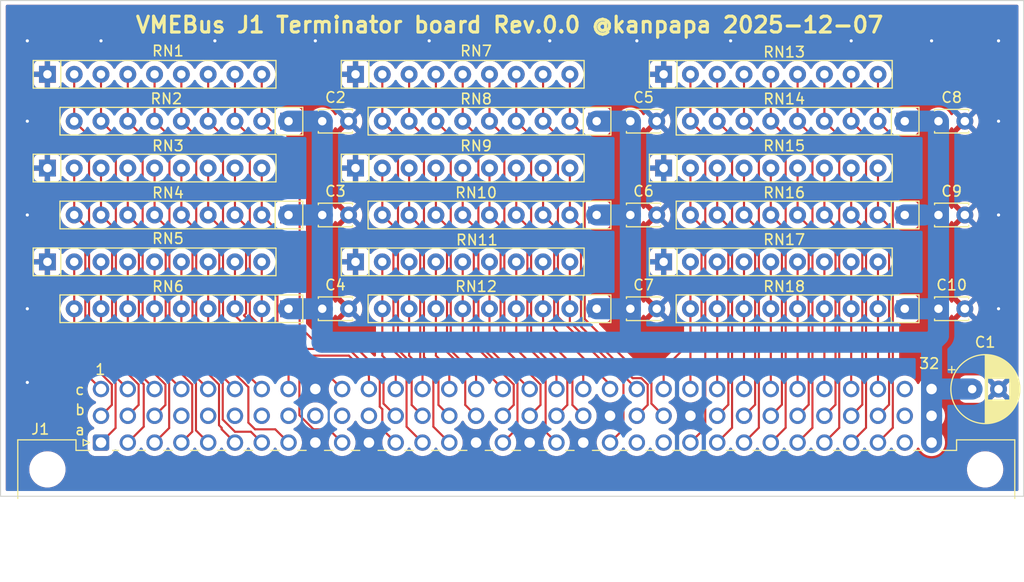
<source format=kicad_pcb>
(kicad_pcb (version 20241229) (generator "pcbnew") (generator_version "9.0")
  (title_block (title "VMEbus Prototype board") (date "2023-07-20") (rev "0.0") (company "kanpapa.com") (comment 1 "for DVME CPU2 CP-010"))
  (layers (0 "F.Cu" signal) (2 "B.Cu" signal) (13 "F.Paste" user) (15 "B.Paste" user) (5 "F.SilkS" user "F.Silkscreen") (7 "B.SilkS" user "B.Silkscreen") (1 "F.Mask" user) (3 "B.Mask" user) (25 "Edge.Cuts" user))
  (net 0 "")
  (net 1 "b14")
  (net 2 "c2")
  (net 3 "c7")
  (net 4 "c1")
  (net 5 "a1")
  (net 6 "a8")
  (net 7 "b16")
  (net 8 "c6")
  (net 9 "GND")
  (net 10 "+5V")
  (net 24 "c8")
  (net 25 "c3")
  (net 26 "c5")
  (net 27 "a3")
  (net 28 "b1")
  (net 29 "a2")
  (net 30 "b3")
  (net 31 "a5")
  (net 32 "c4")
  (net 33 "b12")
  (net 34 "a6")
  (net 35 "b15")
  (net 36 "a4")
  (net 37 "b2")
  (net 38 "b13")
  (net 39 "a7")
  (net 40 "a10")
  (net 41 "a14")
  (net 42 "a12")
  (net 43 "a13")
  (net 44 "c10")
  (net 45 "c12")
  (net 46 "c11")
  (net 47 "c24")
  (net 48 "c16")
  (net 49 "c26")
  (net 50 "c13")
  (net 51 "c29")
  (net 52 "c20")
  (net 53 "c17")
  (net 54 "c18")
  (net 55 "c15")
  (net 56 "c25")
  (net 57 "c14")
  (net 58 "c21")
  (net 59 "c30")
  (net 60 "c22")
  (net 61 "c19")
  (net 62 "c28")
  (net 63 "c23")
  (net 64 "c27")
  (net 65 "a23")
  (net 66 "a24")
  (net 67 "b18")
  (net 68 "b30")
  (net 69 "b26")
  (net 70 "a16")
  (net 71 "a26")
  (net 72 "a18")
  (net 73 "a27")
  (net 74 "a28")
  (net 75 "b19")
  (net 76 "b24")
  (net 77 "a25")
  (net 78 "b29")
  (net 79 "b22")
  (net 80 "b21")
  (net 81 "b27")
  (net 82 "a29")
  (net 83 "b25")
  (net 84 "a30")
  (net 85 "a20")
  (net 86 "b17")
  (net 87 "b28")
  (footprint "Resistor_THT:R_Array_SIP9" (layer "F.Cu") (at 161.135 63.2272 180)
    (property "Reference" "RN10")
    (property "Value" "330")
  )
  (footprint "Capacitor_THT:C_Disc_D3.0mm_W2.0mm_P2.50mm" (layer "F.Cu") (at 164.33 72.1172)
    (property "Reference" "C7")
    (property "Value" "0.1uF")
  )
  (footprint "Resistor_THT:R_Array_SIP9" (layer "F.Cu") (at 167.485 67.6722)
    (property "Reference" "RN17")
    (property "Value" "470")
  )
  (footprint "Resistor_THT:R_Array_SIP9" (layer "F.Cu") (at 167.485 49.8922)
    (property "Reference" "RN13")
    (property "Value" "470")
  )
  (footprint "Resistor_THT:R_Array_SIP9" (layer "F.Cu") (at 131.925 54.3372 180)
    (property "Reference" "RN2")
    (property "Value" "330")
  )
  (footprint "Resistor_THT:R_Array_SIP9" (layer "F.Cu") (at 109.065 67.6722)
    (property "Reference" "RN5")
    (property "Value" "470")
  )
  (footprint "Capacitor_THT:C_Disc_D3.0mm_W2.0mm_P2.50mm" (layer "F.Cu") (at 135.12 54.3372)
    (property "Reference" "C2")
    (property "Value" "0.1uF")
  )
  (footprint "Capacitor_THT:C_Disc_D3.0mm_W2.0mm_P2.50mm" (layer "F.Cu") (at 135.12 72.1172)
    (property "Reference" "C4")
    (property "Value" "0.1uF")
  )
  (footprint "Resistor_THT:R_Array_SIP9" (layer "F.Cu") (at 138.275 49.8922)
    (property "Reference" "RN7")
    (property "Value" "470")
  )
  (footprint "Resistor_THT:R_Array_SIP9" (layer "F.Cu") (at 138.275 58.7822)
    (property "Reference" "RN9")
    (property "Value" "470")
  )
  (footprint "Capacitor_THT:C_Disc_D3.0mm_W2.0mm_P2.50mm" (layer "F.Cu") (at 193.54 54.3372)
    (property "Reference" "C8")
    (property "Value" "0.1uF")
  )
  (footprint "Resistor_THT:R_Array_SIP9" (layer "F.Cu") (at 190.345 54.3372 180)
    (property "Reference" "RN14")
    (property "Value" "330")
  )
  (footprint "Resistor_THT:R_Array_SIP9" (layer "F.Cu") (at 109.065 49.8922)
    (property "Reference" "RN1")
    (property "Value" "470")
  )
  (footprint "Resistor_THT:R_Array_SIP9" (layer "F.Cu") (at 190.345 63.2272 180)
    (property "Reference" "RN16")
    (property "Value" "330")
  )
  (footprint "Capacitor_THT:C_Disc_D3.0mm_W2.0mm_P2.50mm" (layer "F.Cu") (at 193.54 63.2272)
    (property "Reference" "C9")
    (property "Value" "0.1uF")
  )
  (footprint "Resistor_THT:R_Array_SIP9" (layer "F.Cu") (at 161.135 54.3372 180)
    (property "Reference" "RN8")
    (property "Value" "330")
  )
  (footprint "Capacitor_THT:CP_Radial_D6.3mm_P2.50mm" (layer "F.Cu") (at 196.735 79.7372)
    (property "Reference" "C1")
    (property "Value" "47uF")
  )
  (footprint "Capacitor_THT:C_Disc_D3.0mm_W2.0mm_P2.50mm" (layer "F.Cu") (at 164.33 54.3372)
    (property "Reference" "C5")
    (property "Value" "0.1uF")
  )
  (footprint "Resistor_THT:R_Array_SIP9" (layer "F.Cu") (at 161.135 72.1172 180)
    (property "Reference" "RN12")
    (property "Value" "330")
  )
  (footprint "Capacitor_THT:C_Disc_D3.0mm_W2.0mm_P2.50mm" (layer "F.Cu") (at 164.33 63.2272)
    (property "Reference" "C6")
    (property "Value" "0.1uF")
  )
  (footprint "Capacitor_THT:C_Disc_D3.0mm_W2.0mm_P2.50mm" (layer "F.Cu") (at 135.12 63.2272)
    (property "Reference" "C3")
    (property "Value" "0.1uF")
  )
  (footprint "Resistor_THT:R_Array_SIP9" (layer "F.Cu") (at 167.485 58.7822)
    (property "Reference" "RN15")
    (property "Value" "470")
  )
  (footprint "Resistor_THT:R_Array_SIP9" (layer "F.Cu") (at 131.925 63.2272 180)
    (property "Reference" "RN4")
    (property "Value" "330")
  )
  (footprint "Capacitor_THT:C_Disc_D3.0mm_W2.0mm_P2.50mm" (layer "F.Cu") (at 193.54 72.1172)
    (property "Reference" "C10")
    (property "Value" "0.1uF")
  )
  (footprint "Resistor_THT:R_Array_SIP9" (layer "F.Cu") (at 109.065 58.7822)
    (property "Reference" "RN3")
    (property "Value" "470")
  )
  (footprint "Library:DIN41612_C_3x32_Female_Horizontal_THT" (layer "F.Cu") (at 192.885 84.8072 180)
    (property "Reference" "J1")
    (property "Value" "CN1")
  )
  (footprint "Resistor_THT:R_Array_SIP9" (layer "F.Cu") (at 190.345 72.1172 180)
    (property "Reference" "RN18")
    (property "Value" "330")
  )
  (footprint "Resistor_THT:R_Array_SIP9" (layer "F.Cu") (at 138.275 67.6722)
    (property "Reference" "RN11")
    (property "Value" "470")
  )
  (footprint "Resistor_THT:R_Array_SIP9" (layer "F.Cu") (at 131.925 72.1172 180)
    (property "Reference" "RN6")
    (property "Value" "330")
  )
  (gr_rect (start 104.62 42.8972) (end 201.62 89.8972) (stroke (width 0.1)) (fill no) (layer "Edge.Cuts"))
  (gr_text "VMEBus J1 Terminator board Rev.0.0 @kanpapa 2025-12-07\n" (at 152.88 46.0822 0) (layer "F.SilkS") (effects (font (size 1.5 1.5) (thickness 0.3) (bold yes)) (justify bottom)))
  (gr_text "1" (at 113.51 78.4672 0) (layer "F.SilkS") (effects (font (size 1 1)) (justify left bottom)))
  (gr_text "a" (at 111.605 84.1822 0) (layer "F.SilkS") (effects (font (size 1 1)) (justify left bottom)))
  (gr_text "c" (at 111.605 80.3722 0) (layer "F.SilkS") (effects (font (size 1 1)) (justify left bottom)))
  (gr_text "b" (at 111.605 82.2772 0) (layer "F.SilkS") (effects (font (size 1 1)) (justify left bottom)))
  (gr_text "32" (at 191.615 77.8982 0) (layer "F.SilkS") (effects (font (size 1 1)) (justify left bottom)))
  (segment (start 146.1366 81.2388) (end 147.165 82.2672) (width 0.2) (layer "F.Cu") (net 1))
  (segment (start 143.355 54.3372) (end 144.7618 55.744) (width 0.2) (layer "F.Cu") (net 1))
  (segment (start 144.7618 76.699) (end 146.1366 78.0738) (width 0.2) (layer "F.Cu") (net 1))
  (segment (start 146.1366 78.0738) (end 146.1366 81.2388) (width 0.2) (layer "F.Cu") (net 1))
  (segment (start 143.355 54.3372) (end 143.355 49.8922) (width 0.2) (layer "F.Cu") (net 1))
  (segment (start 144.7618 55.744) (end 144.7618 76.699) (width 0.2) (layer "F.Cu") (net 1))
  (segment (start 114.145 77.1872) (end 116.685 79.7272) (width 0.2) (layer "F.Cu") (net 2))
  (segment (start 114.145 72.1172) (end 114.145 77.1872) (width 0.2) (layer "F.Cu") (net 2))
  (segment (start 114.145 67.6722) (end 114.145 72.1172) (width 0.2) (layer "F.Cu") (net 2))
  (segment (start 124.305 49.8922) (end 124.305 54.3372) (width 0.2) (layer "F.Cu") (net 3))
  (segment (start 125.7118 76.054) (end 129.385 79.7272) (width 0.2) (layer "F.Cu") (net 3))
  (segment (start 125.7118 55.744) (end 125.7118 76.054) (width 0.2) (layer "F.Cu") (net 3))
  (segment (start 124.305 54.3372) (end 125.7118 55.744) (width 0.2) (layer "F.Cu") (net 3))
  (segment (start 111.605 77.1872) (end 114.145 79.7272) (width 0.2) (layer "F.Cu") (net 4))
  (segment (start 111.605 72.1172) (end 111.605 67.6722) (width 0.2) (layer "F.Cu") (net 4))
  (segment (start 111.605 72.1172) (end 111.605 77.1872) (width 0.2) (layer "F.Cu") (net 4))
  (segment (start 115.5268 83.4254) (end 114.145 84.8072) (width 0.2) (layer "F.Cu") (net 5))
  (segment (start 113.539581 73.551997) (end 113.539581 77.167619) (width 0.2) (layer "F.Cu") (net 5))
  (segment (start 113.0118 73.024216) (end 113.539581 73.551997) (width 0.2) (layer "F.Cu") (net 5))
  (segment (start 111.605 49.8922) (end 111.605 54.3372) (width 0.2) (layer "F.Cu") (net 5))
  (segment (start 111.605 54.3372) (end 113.0118 55.744) (width 0.2) (layer "F.Cu") (net 5))
  (segment (start 113.0118 55.744) (end 113.0118 73.024216) (width 0.2) (layer "F.Cu") (net 5))
  (segment (start 113.539581 77.167619) (end 115.5268 79.154839) (width 0.2) (layer "F.Cu") (net 5))
  (segment (start 115.5268 79.154839) (end 115.5268 83.4254) (width 0.2) (layer "F.Cu") (net 5))
  (segment (start 128.75 83.5472) (end 130.665 83.5472) (width 0.2) (layer "F.Cu") (net 6))
  (segment (start 125.3584 76.786222) (end 128.115 79.542822) (width 0.2) (layer "F.Cu") (net 6))
  (segment (start 128.115 82.9122) (end 128.75 83.5472) (width 0.2) (layer "F.Cu") (net 6))
  (segment (start 125.3584 64.2806) (end 125.3584 76.786222) (width 0.2) (layer "F.Cu") (net 6))
  (segment (start 128.115 79.542822) (end 128.115 82.9122) (width 0.2) (layer "F.Cu") (net 6))
  (segment (start 130.665 83.5472) (end 131.925 84.8072) (width 0.2) (layer "F.Cu") (net 6))
  (segment (start 124.305 63.2272) (end 125.3584 64.2806) (width 0.2) (layer "F.Cu") (net 6))
  (segment (start 124.305 58.7822) (end 124.305 63.2272) (width 0.2) (layer "F.Cu") (net 6))
  (segment (start 149.4884 75.516222) (end 149.4884 64.2806) (width 0.2) (layer "F.Cu") (net 7))
  (segment (start 152.245 82.2672) (end 153.2734 81.2388) (width 0.2) (layer "F.Cu") (net 7))
  (segment (start 153.2734 81.2388) (end 153.2734 79.301222) (width 0.2) (layer "F.Cu") (net 7))
  (segment (start 149.4884 64.2806) (end 148.435 63.2272) (width 0.2) (layer "F.Cu") (net 7))
  (segment (start 153.2734 79.301222) (end 149.4884 75.516222) (width 0.2) (layer "F.Cu") (net 7))
  (segment (start 148.435 63.2272) (end 148.435 58.7822) (width 0.2) (layer "F.Cu") (net 7))
  (segment (start 124.305 67.6722) (end 124.305 72.1172) (width 0.2) (layer "F.Cu") (net 8))
  (segment (start 124.305 72.1172) (end 124.305 77.1872) (width 0.2) (layer "F.Cu") (net 8))
  (segment (start 124.305 77.1872) (end 126.845 79.7272) (width 0.2) (layer "F.Cu") (net 8))
  (via (at 156.69 46.7172) (size 0.605) (drill 0.3) (layers "F.Cu" "B.Cu") (net 9))
  (via (at 185.265 46.7172) (size 0.605) (drill 0.3) (layers "F.Cu" "B.Cu") (net 9))
  (via (at 173.835 46.7172) (size 0.605) (drill 0.3) (layers "F.Cu" "B.Cu") (net 9))
  (via (at 107.16 54.3372) (size 0.605) (drill 0.3) (layers "F.Cu" "B.Cu") (net 9))
  (via (at 124.94 46.7172) (size 0.605) (drill 0.3) (layers "F.Cu" "B.Cu") (net 9))
  (via (at 192.885 46.7172) (size 0.605) (drill 0.3) (layers "F.Cu" "B.Cu") (net 9))
  (via (at 164.945 46.7172) (size 0.605) (drill 0.3) (layers "F.Cu" "B.Cu") (net 9))
  (via (at 107.16 63.2272) (size 0.605) (drill 0.3) (layers "F.Cu" "B.Cu") (net 9))
  (via (at 199.235 72.1172) (size 0.605) (drill 0.3) (layers "F.Cu" "B.Cu") (net 9))
  (via (at 107.16 79.1022) (size 0.605) (drill 0.3) (layers "F.Cu" "B.Cu") (net 9))
  (via (at 107.16 46.7172) (size 0.605) (drill 0.3) (layers "F.Cu" "B.Cu") (net 9))
  (via (at 199.235 46.7172) (size 0.605) (drill 0.3) (layers "F.Cu" "B.Cu") (net 9))
  (via (at 134.465 46.7172) (size 0.605) (drill 0.3) (layers "F.Cu" "B.Cu") (net 9))
  (via (at 145.26 46.7172) (size 0.605) (drill 0.3) (layers "F.Cu" "B.Cu") (net 9))
  (via (at 199.235 54.3372) (size 0.605) (drill 0.3) (layers "F.Cu" "B.Cu") (net 9))
  (via (at 114.145 46.7172) (size 0.605) (drill 0.3) (layers "F.Cu" "B.Cu") (net 9))
  (via (at 199.235 63.2272) (size 0.605) (drill 0.3) (layers "F.Cu" "B.Cu") (net 9))
  (via (at 107.16 72.1172) (size 0.605) (drill 0.3) (layers "F.Cu" "B.Cu") (net 9))
  (segment (start 133.195 83.5472) (end 133.195 81.0072) (width 0.2) (layer "B.Cu") (net 9))
  (segment (start 168.755 84.1822) (end 168.755 86.0872) (width 0.4) (layer "B.Cu") (net 9))
  (segment (start 135.735 81.0072) (end 135.735 83.5472) (width 0.2) (layer "B.Cu") (net 9))
  (segment (start 133.195 81.0072) (end 133.205 81.0072) (width 0.2) (layer "B.Cu") (net 9))
  (segment (start 168.755 78.4672) (end 168.755 80.3722) (width 0.4) (layer "B.Cu") (net 9))
  (segment (start 171.295 78.4672) (end 171.295 80.3722) (width 0.4) (layer "B.Cu") (net 9))
  (segment (start 171.295 84.1822) (end 171.295 86.0872) (width 0.4) (layer "B.Cu") (net 9))
  (segment (start 161.135 72.1172) (end 164.33 72.1172) (width 2) (layer "B.Cu") (net 10))
  (segment (start 192.885 79.7272) (end 192.885 75.2922) (width 2) (layer "B.Cu") (net 10))
  (segment (start 193.54 74.6372) (end 192.885 75.2922) (width 2) (layer "B.Cu") (net 10))
  (segment (start 131.925 72.1172) (end 135.12 72.1172) (width 2) (layer "B.Cu") (net 10))
  (segment (start 164.31 75.2922) (end 192.885 75.2922) (width 2) (layer "B.Cu") (net 10))
  (segment (start 131.925 54.3372) (end 135.12 54.3372) (width 2) (layer "B.Cu") (net 10))
  (segment (start 193.54 54.3372) (end 193.54 74.6372) (width 2) (layer "B.Cu") (net 10))
  (segment (start 135.12 54.3372) (end 135.12 63.2272) (width 2) (layer "B.Cu") (net 10))
  (segment (start 135.12 72.1172) (end 135.12 75.2722) (width 2) (layer "B.Cu") (net 10))
  (segment (start 164.33 72.1172) (end 164.33 75.2722) (width 2) (layer "B.Cu") (net 10))
  (segment (start 135.1 75.2922) (end 164.31 75.2922) (width 2) (layer "B.Cu") (net 10))
  (segment (start 192.905 72.1172) (end 190.345 72.1172) (width 2) (layer "B.Cu") (net 10))
  (segment (start 190.345 63.2272) (end 192.1721 63.2272) (width 2) (layer "B.Cu") (net 10))
  (segment (start 164.33 63.2272) (end 164.33 72.1172) (width 2) (layer "B.Cu") (net 10))
  (segment (start 193.03 54.3372) (end 190.345 54.3372) (width 2) (layer "B.Cu") (net 10))
  (segment (start 161.135 63.2272) (end 164.33 63.2272) (width 2) (layer "B.Cu") (net 10))
  (segment (start 135.12 63.2272) (end 135.12 72.1172) (width 2) (layer "B.Cu") (net 10))
  (segment (start 192.885 79.7272) (end 196.725 79.7272) (width 2) (layer "B.Cu") (net 10))
  (segment (start 161.135 54.3372) (end 164.33 54.3372) (width 2) (layer "B.Cu") (net 10))
  (segment (start 131.925 63.2272) (end 135.12 63.2272) (width 2) (layer "B.Cu") (net 10))
  (segment (start 164.33 54.3372) (end 164.33 63.2272) (width 2) (layer "B.Cu") (net 10))
  (segment (start 192.885 82.2672) (end 192.885 79.7272) (width 2) (layer "B.Cu") (net 10))
  (segment (start 192.885 84.8072) (end 192.885 82.2672) (width 2) (layer "B.Cu") (net 10))
  (segment (start 131.925 77.8322) (end 131.925 79.7272) (width 0.2) (layer "F.Cu") (net 24))
  (segment (start 126.845 72.7522) (end 131.925 77.8322) (width 0.2) (layer "F.Cu") (net 24))
  (segment (start 126.845 72.1172) (end 126.845 72.7522) (width 0.2) (layer "F.Cu") (net 24))
  (segment (start 126.845 67.6722) (end 126.845 72.1172) (width 0.2) (layer "F.Cu") (net 24))
  (segment (start 116.685 72.1172) (end 116.685 77.1872) (width 0.2) (layer "F.Cu") (net 25))
  (segment (start 116.685 77.1872) (end 119.225 79.7272) (width 0.2) (layer "F.Cu") (net 25))
  (segment (start 116.685 67.6722) (end 116.685 72.1172) (width 0.2) (layer "F.Cu") (net 25))
  (segment (start 121.765 67.6722) (end 121.765 72.1172) (width 0.2) (layer "F.Cu") (net 26))
  (segment (start 121.765 72.1172) (end 121.765 77.1872) (width 0.2) (layer "F.Cu") (net 26))
  (segment (start 121.765 77.1872) (end 124.305 79.7272) (width 0.2) (layer "F.Cu") (net 26))
  (segment (start 116.685 54.3372) (end 118.0918 55.744) (width 0.2) (layer "F.Cu") (net 27))
  (segment (start 120.6068 79.154839) (end 120.6068 83.4254) (width 0.2) (layer "F.Cu") (net 27))
  (segment (start 116.685 49.8922) (end 116.685 54.3372) (width 0.2) (layer "F.Cu") (net 27))
  (segment (start 118.0918 55.744) (end 118.0918 76.639838) (width 0.2) (layer "F.Cu") (net 27))
  (segment (start 118.0918 76.639838) (end 120.6068 79.154839) (width 0.2) (layer "F.Cu") (net 27))
  (segment (start 120.6068 83.4254) (end 119.225 84.8072) (width 0.2) (layer "F.Cu") (net 27))
  (segment (start 115.1734 81.2388) (end 114.145 82.2672) (width 0.2) (layer "F.Cu") (net 28))
  (segment (start 115.1734 79.301222) (end 115.1734 81.2388) (width 0.2) (layer "F.Cu") (net 28))
  (segment (start 112.6584 64.2806) (end 112.6584 73.1706) (width 0.2) (layer "F.Cu") (net 28))
  (segment (start 112.875 73.3872) (end 112.875 77.002822) (width 0.2) (layer "F.Cu") (net 28))
  (segment (start 112.6584 73.1706) (end 112.875 73.3872) (width 0.2) (layer "F.Cu") (net 28))
  (segment (start 111.605 58.7822) (end 111.605 63.2272) (width 0.2) (layer "F.Cu") (net 28))
  (segment (start 111.605 63.2272) (end 112.6584 64.2806) (width 0.2) (layer "F.Cu") (net 28))
  (segment (start 112.875 77.002822) (end 115.1734 79.301222) (width 0.2) (layer "F.Cu") (net 28))
  (segment (start 115.5518 76.639838) (end 118.1966 79.284638) (width 0.2) (layer "F.Cu") (net 29))
  (segment (start 115.5518 55.744) (end 115.5518 76.639838) (width 0.2) (layer "F.Cu") (net 29))
  (segment (start 114.145 54.3372) (end 115.5518 55.744) (width 0.2) (layer "F.Cu") (net 29))
  (segment (start 118.1966 83.2956) (end 116.685 84.8072) (width 0.2) (layer "F.Cu") (net 29))
  (segment (start 118.1966 79.284638) (end 118.1966 83.2956) (width 0.2) (layer "F.Cu") (net 29))
  (segment (start 114.145 49.8922) (end 114.145 54.3372) (width 0.2) (layer "F.Cu") (net 29))
  (segment (start 116.685 63.2272) (end 116.685 58.7822) (width 0.2) (layer "F.Cu") (net 30))
  (segment (start 117.7384 76.786221) (end 120.2534 79.301222) (width 0.2) (layer "F.Cu") (net 30))
  (segment (start 120.2534 79.301222) (end 120.2534 81.2388) (width 0.2) (layer "F.Cu") (net 30))
  (segment (start 120.2534 81.2388) (end 119.225 82.2672) (width 0.2) (layer "F.Cu") (net 30))
  (segment (start 117.7384 64.2806) (end 117.7384 76.786221) (width 0.2) (layer "F.Cu") (net 30))
  (segment (start 116.685 63.2272) (end 117.7384 64.2806) (width 0.2) (layer "F.Cu") (net 30))
  (segment (start 119.225 54.3372) (end 120.6318 55.744) (width 0.2) (layer "F.Cu") (net 31))
  (segment (start 120.6318 76.639838) (end 123.1468 79.154839) (width 0.2) (layer "F.Cu") (net 31))
  (segment (start 123.1468 79.154839) (end 123.1468 83.649) (width 0.2) (layer "F.Cu") (net 31))
  (segment (start 120.6318 55.744) (end 120.6318 76.639838) (width 0.2) (layer "F.Cu") (net 31))
  (segment (start 123.1468 83.649) (end 124.305 84.8072) (width 0.2) (layer "F.Cu") (net 31))
  (segment (start 119.225 49.8922) (end 119.225 54.3372) (width 0.2) (layer "F.Cu") (net 31))
  (segment (start 119.225 67.6722) (end 119.225 72.1172) (width 0.2) (layer "F.Cu") (net 32))
  (segment (start 119.225 72.1172) (end 119.225 77.1872) (width 0.2) (layer "F.Cu") (net 32))
  (segment (start 119.225 77.1872) (end 121.765 79.7272) (width 0.2) (layer "F.Cu") (net 32))
  (segment (start 129.385 54.3372) (end 132.9784 57.9306) (width 0.2) (layer "F.Cu") (net 33))
  (segment (start 134.465 75.2922) (end 137.822283 75.2922) (width 0.2) (layer "F.Cu") (net 33))
  (segment (start 132.9784 57.9306) (end 132.9784 73.8056) (width 0.2) (layer "F.Cu") (net 33))
  (segment (start 132.9784 73.8056) (end 134.465 75.2922) (width 0.2) (layer "F.Cu") (net 33))
  (segment (start 140.9268 78.396717) (end 140.9268 81.109) (width 0.2) (layer "F.Cu") (net 33))
  (segment (start 137.822283 75.2922) (end 140.9268 78.396717) (width 0.2) (layer "F.Cu") (net 33))
  (segment (start 129.385 49.8922) (end 129.385 54.3372) (width 0.2) (layer "F.Cu") (net 33))
  (segment (start 140.9268 81.109) (end 142.085 82.2672) (width 0.2) (layer "F.Cu") (net 33))
  (segment (start 125.585 83.5472) (end 126.845 84.8072) (width 0.2) (layer "F.Cu") (net 34))
  (segment (start 121.765 63.2272) (end 122.8184 64.2806) (width 0.2) (layer "F.Cu") (net 34))
  (segment (start 122.8184 64.2806) (end 122.8184 76.786222) (width 0.2) (layer "F.Cu") (net 34))
  (segment (start 121.765 63.2272) (end 121.765 58.7822) (width 0.2) (layer "F.Cu") (net 34))
  (segment (start 125.585 83.4054) (end 125.585 83.5472) (width 0.2) (layer "F.Cu") (net 34))
  (segment (start 125.3334 79.301222) (end 125.3334 83.1538) (width 0.2) (layer "F.Cu") (net 34))
  (segment (start 125.3334 83.1538) (end 125.585 83.4054) (width 0.2) (layer "F.Cu") (net 34))
  (segment (start 122.8184 76.786222) (end 125.3334 79.301222) (width 0.2) (layer "F.Cu") (net 34))
  (segment (start 145.895 63.2272) (end 146.9484 64.2806) (width 0.2) (layer "F.Cu") (net 35))
  (segment (start 146.9484 64.2806) (end 146.9484 76.210384) (width 0.2) (layer "F.Cu") (net 35))
  (segment (start 146.9484 76.210384) (end 148.6766 77.938584) (width 0.2) (layer "F.Cu") (net 35))
  (segment (start 148.6766 77.938584) (end 148.6766 81.2388) (width 0.2) (layer "F.Cu") (net 35))
  (segment (start 148.6766 81.2388) (end 149.705 82.2672) (width 0.2) (layer "F.Cu") (net 35))
  (segment (start 145.895 58.7822) (end 145.895 63.2272) (width 0.2) (layer "F.Cu") (net 35))
  (segment (start 119.225 58.7822) (end 119.225 63.2272) (width 0.2) (layer "F.Cu") (net 36))
  (segment (start 119.225 63.2272) (end 120.2784 64.2806) (width 0.2) (layer "F.Cu") (net 36))
  (segment (start 120.2784 76.786222) (end 122.7934 79.301222) (width 0.2) (layer "F.Cu") (net 36))
  (segment (start 122.7934 79.301222) (end 122.7934 83.7788) (width 0.2) (layer "F.Cu") (net 36))
  (segment (start 120.2784 64.2806) (end 120.2784 76.786222) (width 0.2) (layer "F.Cu") (net 36))
  (segment (start 122.7934 83.7788) (end 121.765 84.8072) (width 0.2) (layer "F.Cu") (net 36))
  (segment (start 117.7134 79.301222) (end 117.7134 81.2388) (width 0.2) (layer "F.Cu") (net 37))
  (segment (start 117.7134 81.2388) (end 116.685 82.2672) (width 0.2) (layer "F.Cu") (net 37))
  (segment (start 114.145 58.7822) (end 114.145 63.2272) (width 0.2) (layer "F.Cu") (net 37))
  (segment (start 115.1984 76.786222) (end 117.7134 79.301222) (width 0.2) (layer "F.Cu") (net 37))
  (segment (start 114.145 63.2272) (end 115.1984 64.2806) (width 0.2) (layer "F.Cu") (net 37))
  (segment (start 115.1984 64.2806) (end 115.1984 76.786222) (width 0.2) (layer "F.Cu") (net 37))
  (segment (start 140.815 49.8922) (end 140.815 54.3372) (width 0.2) (layer "F.Cu") (net 38))
  (segment (start 143.5966 81.2388) (end 144.625 82.2672) (width 0.2) (layer "F.Cu") (net 38))
  (segment (start 143.5966 77.303584) (end 143.5966 81.2388) (width 0.2) (layer "F.Cu") (net 38))
  (segment (start 142.3016 76.008584) (end 143.5966 77.303584) (width 0.2) (layer "F.Cu") (net 38))
  (segment (start 140.815 54.3372) (end 142.3016 55.8238) (width 0.2) (layer "F.Cu") (net 38))
  (segment (start 142.3016 55.8238) (end 142.3016 76.008584) (width 0.2) (layer "F.Cu") (net 38))
  (segment (start 121.765 49.8922) (end 121.765 54.3372) (width 0.2) (layer "F.Cu") (net 39))
  (segment (start 123.1718 76.639838) (end 125.6868 79.154839) (width 0.2) (layer "F.Cu") (net 39))
  (segment (start 123.1718 55.744) (end 123.1718 76.639838) (width 0.2) (layer "F.Cu") (net 39))
  (segment (start 125.6868 79.154839) (end 125.6868 82.6206) (width 0.2) (layer "F.Cu") (net 39))
  (segment (start 125.6868 82.6206) (end 126.845 83.7788) (width 0.2) (layer "F.Cu") (net 39))
  (segment (start 121.765 54.3372) (end 123.1718 55.744) (width 0.2) (layer "F.Cu") (net 39))
  (segment (start 128.3566 83.7788) (end 129.385 84.8072) (width 0.2) (layer "F.Cu") (net 39))
  (segment (start 126.845 83.7788) (end 128.3566 83.7788) (width 0.2) (layer "F.Cu") (net 39))
  (segment (start 127.699733 72.7522) (end 132.9534 78.005867) (width 0.2) (layer "F.Cu") (net 40))
  (segment (start 135.745 83.5472) (end 137.005 84.8072) (width 0.2) (layer "F.Cu") (net 40))
  (segment (start 127.8984 72.553533) (end 127.699733 72.7522) (width 0.2) (layer "F.Cu") (net 40))
  (segment (start 126.845 63.2272) (end 127.8984 64.2806) (width 0.2) (layer "F.Cu") (net 40))
  (segment (start 132.9534 82.209978) (end 134.290622 83.5472) (width 0.2) (layer "F.Cu") (net 40))
  (segment (start 134.290622 83.5472) (end 135.745 83.5472) (width 0.2) (layer "F.Cu") (net 40))
  (segment (start 126.845 63.2272) (end 126.845 58.7822) (width 0.2) (layer "F.Cu") (net 40))
  (segment (start 127.8984 64.2806) (end 127.8984 72.553533) (width 0.2) (layer "F.Cu") (net 40))
  (segment (start 132.9534 78.005867) (end 132.9534 82.209978) (width 0.2) (layer "F.Cu") (net 40))
  (segment (start 145.6534 83.2956) (end 147.165 84.8072) (width 0.2) (layer "F.Cu") (net 41))
  (segment (start 143.355 63.2272) (end 143.355 58.7822) (width 0.2) (layer "F.Cu") (net 41))
  (segment (start 145.6534 78.360816) (end 145.6534 83.2956) (width 0.2) (layer "F.Cu") (net 41))
  (segment (start 144.4084 77.115816) (end 145.6534 78.360816) (width 0.2) (layer "F.Cu") (net 41))
  (segment (start 143.355 63.2272) (end 144.4084 64.2806) (width 0.2) (layer "F.Cu") (net 41))
  (segment (start 144.4084 64.2806) (end 144.4084 77.115816) (width 0.2) (layer "F.Cu") (net 41))
  (segment (start 130.8716 74.2388) (end 132.56 75.9272) (width 0.2) (layer "F.Cu") (net 42))
  (segment (start 140.815 83.5372) (end 142.085 84.8072) (width 0.2) (layer "F.Cu") (net 42))
  (segment (start 129.385 63.2272) (end 130.8716 64.7138) (width 0.2) (layer "F.Cu") (net 42))
  (segment (start 140.815 81.6422) (end 140.815 83.5372) (width 0.2) (layer "F.Cu") (net 42))
  (segment (start 140.5734 78.8606) (end 140.5734 81.4006) (width 0.2) (layer "F.Cu") (net 42))
  (segment (start 129.385 58.7822) (end 129.385 63.2272) (width 0.2) (layer "F.Cu") (net 42))
  (segment (start 137.64 75.9272) (end 140.5734 78.8606) (width 0.2) (layer "F.Cu") (net 42))
  (segment (start 140.5734 81.4006) (end 140.815 81.6422) (width 0.2) (layer "F.Cu") (net 42))
  (segment (start 130.8716 64.7138) (end 130.8716 74.2388) (width 0.2) (layer "F.Cu") (net 42))
  (segment (start 132.56 75.9272) (end 137.64 75.9272) (width 0.2) (layer "F.Cu") (net 42))
  (segment (start 143.1134 77.320168) (end 143.1134 83.2956) (width 0.2) (layer "F.Cu") (net 43))
  (segment (start 143.1134 83.2956) (end 144.625 84.8072) (width 0.2) (layer "F.Cu") (net 43))
  (segment (start 140.815 58.7822) (end 140.815 63.2272) (width 0.2) (layer "F.Cu") (net 43))
  (segment (start 141.8684 64.2806) (end 141.8684 76.075168) (width 0.2) (layer "F.Cu") (net 43))
  (segment (start 141.8684 76.075168) (end 143.1134 77.320168) (width 0.2) (layer "F.Cu") (net 43))
  (segment (start 140.815 63.2272) (end 141.8684 64.2806) (width 0.2) (layer "F.Cu") (net 43))
  (segment (start 128.2518 72.753784) (end 134.196816 78.6988) (width 0.2) (layer "F.Cu") (net 44))
  (segment (start 134.196816 78.6988) (end 135.9766 78.6988) (width 0.2) (layer "F.Cu") (net 44))
  (segment (start 135.9766 78.6988) (end 137.005 79.7272) (width 0.2) (layer "F.Cu") (net 44))
  (segment (start 128.2518 55.744) (end 128.2518 72.753784) (width 0.2) (layer "F.Cu") (net 44))
  (segment (start 126.845 49.8922) (end 126.845 54.3372) (width 0.2) (layer "F.Cu") (net 44))
  (segment (start 126.845 54.3372) (end 128.2518 55.744) (width 0.2) (layer "F.Cu") (net 44))
  (segment (start 142.085 77.8322) (end 142.085 79.7272) (width 0.2) (layer "F.Cu") (net 45))
  (segment (start 140.815 67.6722) (end 140.815 72.1172) (width 0.2) (layer "F.Cu") (net 45))
  (segment (start 140.815 76.562201) (end 140.815001 76.5622) (width 0.2) (layer "F.Cu") (net 45))
  (segment (start 140.815001 76.5622) (end 142.085 77.8322) (width 0.2) (layer "F.Cu") (net 45))
  (segment (start 140.815 72.1172) (end 140.815 76.562201) (width 0.2) (layer "F.Cu") (net 45))
  (segment (start 137.64 76.5622) (end 139.545 78.4672) (width 0.2) (layer "F.Cu") (net 46))
  (segment (start 139.545 78.4672) (end 139.545 79.7272) (width 0.2) (layer "F.Cu") (net 46))
  (segment (start 129.385 73.3872) (end 132.56 76.5622) (width 0.2) (layer "F.Cu") (net 46))
  (segment (start 132.56 76.5622) (end 137.64 76.5622) (width 0.2) (layer "F.Cu") (net 46))
  (segment (start 129.385 67.6722) (end 129.385 72.1172) (width 0.2) (layer "F.Cu") (net 46))
  (segment (start 129.385 72.1172) (end 129.385 73.3872) (width 0.2) (layer "F.Cu") (net 46))
  (segment (start 172.565 67.6722) (end 172.565 72.1172) (width 0.2) (layer "F.Cu") (net 47))
  (segment (start 172.565 72.1172) (end 172.565 79.7272) (width 0.2) (layer "F.Cu") (net 47))
  (segment (start 148.435 72.1172) (end 148.435 75.9172) (width 0.2) (layer "F.Cu") (net 48))
  (segment (start 148.435 72.1172) (end 148.435 67.6722) (width 0.2) (layer "F.Cu") (net 48))
  (segment (start 148.435 75.9172) (end 152.245 79.7272) (width 0.2) (layer "F.Cu") (net 48))
  (segment (start 177.645 72.1172) (end 177.645 79.7272) (width 0.2) (layer "F.Cu") (net 49))
  (segment (start 177.645 67.6722) (end 177.645 72.1172) (width 0.2) (layer "F.Cu") (net 49))
  (segment (start 143.355 72.1172) (end 143.355 76.5622) (width 0.2) (layer "F.Cu") (net 50))
  (segment (start 143.355 76.5622) (end 144.625 77.8322) (width 0.2) (layer "F.Cu") (net 50))
  (segment (start 144.625 77.8322) (end 144.625 79.7272) (width 0.2) (layer "F.Cu") (net 50))
  (segment (start 143.355 72.1172) (end 143.355 67.6722) (width 0.2) (layer "F.Cu") (net 50))
  (segment (start 185.265 72.1172) (end 185.265 79.7272) (width 0.2) (layer "F.Cu") (net 51))
  (segment (start 185.265 72.1172) (end 185.265 67.6722) (width 0.2) (layer "F.Cu") (net 51))
  (segment (start 157.1084 64.2806) (end 157.1084 74.0222) (width 0.2) (layer "F.Cu") (net 52))
  (segment (start 156.055 63.2272) (end 157.1084 64.2806) (width 0.2) (layer "F.Cu") (net 52))
  (segment (start 156.055 58.7822) (end 156.055 63.2272) (width 0.2) (layer "F.Cu") (net 52))
  (segment (start 157.1084 74.0222) (end 162.405 79.3188) (width 0.2) (layer "F.Cu") (net 52))
  (segment (start 162.405 79.3188) (end 162.405 79.7272) (width 0.2) (layer "F.Cu") (net 52))
  (segment (start 150.975 67.6722) (end 150.975 72.1172) (width 0.2) (layer "F.Cu") (net 53))
  (segment (start 150.975 72.1172) (end 150.975 75.9172) (width 0.2) (layer "F.Cu") (net 53))
  (segment (start 150.975 75.9172) (end 154.785 79.7272) (width 0.2) (layer "F.Cu") (net 53))
  (segment (start 153.515 72.1172) (end 153.515 67.6722) (width 0.2) (layer "F.Cu") (net 54))
  (segment (start 153.515 72.1172) (end 153.515 74.6572) (width 0.2) (layer "F.Cu") (net 54))
  (segment (start 153.515 74.6572) (end 157.325 78.4672) (width 0.2) (layer "F.Cu") (net 54))
  (segment (start 157.325 78.4672) (end 157.325 79.7272) (width 0.2) (layer "F.Cu") (net 54))
  (segment (start 149.705 78.4672) (end 149.705 79.7272) (width 0.2) (layer "F.Cu") (net 55))
  (segment (start 145.895 49.8922) (end 145.895 54.3372) (width 0.2) (layer "F.Cu") (net 55))
  (segment (start 147.3018 76.064) (end 149.705 78.4672) (width 0.2) (layer "F.Cu") (net 55))
  (segment (start 145.895 54.3372) (end 147.3018 55.744) (width 0.2) (layer "F.Cu") (net 55))
  (segment (start 147.3018 55.744) (end 147.3018 76.064) (width 0.2) (layer "F.Cu") (net 55))
  (segment (start 175.105 72.1172) (end 175.105 79.7272) (width 0.2) (layer "F.Cu") (net 56))
  (segment (start 175.105 72.1172) (end 175.105 67.6722) (width 0.2) (layer "F.Cu") (net 56))
  (segment (start 147.165 77.8322) (end 147.165 79.7272) (width 0.2) (layer "F.Cu") (net 57))
  (segment (start 145.895 67.6722) (end 145.895 72.1172) (width 0.2) (layer "F.Cu") (net 57))
  (segment (start 145.895 72.1172) (end 145.895 76.5622) (width 0.2) (layer "F.Cu") (net 57))
  (segment (start 145.895 76.5622) (end 147.165 77.8322) (width 0.2) (layer "F.Cu") (net 57))
  (segment (start 158.595 72.1172) (end 158.595 73.3772) (width 0.2) (layer "F.Cu") (net 58))
  (segment (start 158.595 67.6722) (end 158.595 72.1172) (width 0.2) (layer "F.Cu") (net 58))
  (segment (start 158.595 73.3772) (end 164.945 79.7272) (width 0.2) (layer "F.Cu") (net 58))
  (segment (start 187.805 72.1172) (end 187.805 79.7272) (width 0.2) (layer "F.Cu") (net 59))
  (segment (start 187.805 67.6722) (end 187.805 72.1172) (width 0.2) (layer "F.Cu") (net 59))
  (segment (start 170.025 72.1172) (end 170.025 75.2922) (width 0.2) (layer "F.Cu") (net 60))
  (segment (start 167.485 77.8322) (end 167.485 79.7272) (width 0.2) (layer "F.Cu") (net 60))
  (segment (start 170.025 72.1172) (end 170.025 67.6722) (width 0.2) (layer "F.Cu") (net 60))
  (segment (start 170.025 75.2922) (end 167.485 77.8322) (width 0.2) (layer "F.Cu") (net 60))
  (segment (start 159.865 78.4672) (end 159.865 79.7272) (width 0.2) (layer "F.Cu") (net 61))
  (segment (start 156.055 72.1172) (end 156.055 74.6572) (width 0.2) (layer "F.Cu") (net 61))
  (segment (start 156.055 67.6722) (end 156.055 72.1172) (width 0.2) (layer "F.Cu") (net 61))
  (segment (start 156.055 74.6572) (end 159.865 78.4672) (width 0.2) (layer "F.Cu") (net 61))
  (segment (start 182.725 67.6722) (end 182.725 72.1172) (width 0.2) (layer "F.Cu") (net 62))
  (segment (start 182.725 72.1172) (end 182.725 79.7272) (width 0.2) (layer "F.Cu") (net 62))
  (segment (start 170.025 63.2272) (end 171.0784 64.2806) (width 0.2) (layer "F.Cu") (net 63))
  (segment (start 171.0784 64.2806) (end 171.0784 74.8738) (width 0.2) (layer "F.Cu") (net 63))
  (segment (start 171.0784 74.8738) (end 170.025 75.9272) (width 0.2) (layer "F.Cu") (net 63))
  (segment (start 170.025 75.9272) (end 170.025 79.7272) (width 0.2) (layer "F.Cu") (net 63))
  (segment (start 170.025 63.2272) (end 170.025 58.7822) (width 0.2) (layer "F.Cu") (net 63))
  (segment (start 180.185 72.1172) (end 180.185 67.6722) (width 0.2) (layer "F.Cu") (net 64))
  (segment (start 180.185 72.1172) (end 180.185 79.7272) (width 0.2) (layer "F.Cu") (net 64))
  (segment (start 171.4318 83.4004) (end 170.025 84.8072) (width 0.2) (layer "F.Cu") (net 65))
  (segment (start 170.025 54.3372) (end 171.4318 55.744) (width 0.2) (layer "F.Cu") (net 65))
  (segment (start 170.025 49.8922) (end 170.025 54.3372) (width 0.2) (layer "F.Cu") (net 65))
  (segment (start 171.4318 55.744) (end 171.4318 83.4004) (width 0.2) (layer "F.Cu") (net 65))
  (segment (start 172.565 54.3372) (end 173.9718 55.744) (width 0.2) (layer "F.Cu") (net 66))
  (segment (start 173.9718 83.4004) (end 172.565 84.8072) (width 0.2) (layer "F.Cu") (net 66))
  (segment (start 173.9718 55.744) (end 173.9718 83.4004) (width 0.2) (layer "F.Cu") (net 66))
  (segment (start 172.565 49.8922) (end 172.565 54.3372) (width 0.2) (layer "F.Cu") (net 66))
  (segment (start 153.515 63.2272) (end 153.515 58.7822) (width 0.2) (layer "F.Cu") (net 67))
  (segment (start 154.5684 64.2806) (end 153.515 63.2272) (width 0.2) (layer "F.Cu") (net 67))
  (segment (start 158.3534 78.8606) (end 154.5684 75.0756) (width 0.2) (layer "F.Cu") (net 67))
  (segment (start 154.5684 75.0756) (end 154.5684 64.2806) (width 0.2) (layer "F.Cu") (net 67))
  (segment (start 157.325 82.2672) (end 158.3534 81.2388) (width 0.2) (layer "F.Cu") (net 67))
  (segment (start 158.3534 81.2388) (end 158.3534 78.8606) (width 0.2) (layer "F.Cu") (net 67))
  (segment (start 187.805 63.2272) (end 188.8584 64.2806) (width 0.2) (layer "F.Cu") (net 68))
  (segment (start 188.8584 64.2806) (end 188.8584 81.2138) (width 0.2) (layer "F.Cu") (net 68))
  (segment (start 188.8584 81.2138) (end 187.805 82.2672) (width 0.2) (layer "F.Cu") (net 68))
  (segment (start 187.805 58.7822) (end 187.805 63.2272) (width 0.2) (layer "F.Cu") (net 68))
  (segment (start 178.6984 81.2138) (end 177.645 82.2672) (width 0.2) (layer "F.Cu") (net 69))
  (segment (start 178.6984 64.2806) (end 178.6984 81.2138) (width 0.2) (layer "F.Cu") (net 69))
  (segment (start 177.645 58.7822) (end 177.645 63.2272) (width 0.2) (layer "F.Cu") (net 69))
  (segment (start 177.645 63.2272) (end 178.6984 64.2806) (width 0.2) (layer "F.Cu") (net 69))
  (segment (start 153.6268 79.154839) (end 153.6268 83.4254) (width 0.2) (layer "F.Cu") (net 70))
  (segment (start 148.435 54.3372) (end 149.9216 55.8238) (width 0.2) (layer "F.Cu") (net 70))
  (segment (start 153.6268 83.4254) (end 152.245 84.8072) (width 0.2) (layer "F.Cu") (net 70))
  (segment (start 148.435 54.3372) (end 148.435 49.8922) (width 0.2) (layer "F.Cu") (net 70))
  (segment (start 149.9216 75.449639) (end 153.6268 79.154839) (width 0.2) (layer "F.Cu") (net 70))
  (segment (start 149.9216 55.8238) (end 149.9216 75.449639) (width 0.2) (layer "F.Cu") (net 70))
  (segment (start 177.645 54.3372) (end 179.0518 55.744) (width 0.2) (layer "F.Cu") (net 71))
  (segment (start 179.0518 55.744) (end 179.0518 83.4004) (width 0.2) (layer "F.Cu") (net 71))
  (segment (start 177.645 49.8922) (end 177.645 54.3372) (width 0.2) (layer "F.Cu") (net 71))
  (segment (start 179.0518 83.4004) (end 177.645 84.8072) (width 0.2) (layer "F.Cu") (net 71))
  (segment (start 150.975 49.8922) (end 150.975 54.3372) (width 0.2) (layer "F.Cu") (net 72))
  (segment (start 152.3818 74.794) (end 156.2966 78.7088) (width 0.2) (layer "F.Cu") (net 72))
  (segment (start 156.2966 78.7088) (end 156.2966 83.7788) (width 0.2) (layer "F.Cu") (net 72))
  (segment (start 156.2966 83.7788) (end 157.325 84.8072) (width 0.2) (layer "F.Cu") (net 72))
  (segment (start 152.3818 55.744) (end 152.3818 74.794) (width 0.2) (layer "F.Cu") (net 72))
  (segment (start 150.975 54.3372) (end 152.3818 55.744) (width 0.2) (layer "F.Cu") (net 72))
  (segment (start 181.5918 83.4004) (end 180.185 84.8072) (width 0.2) (layer "F.Cu") (net 73))
  (segment (start 180.185 54.3372) (end 181.5918 55.744) (width 0.2) (layer "F.Cu") (net 73))
  (segment (start 181.5918 55.744) (end 181.5918 83.4004) (width 0.2) (layer "F.Cu") (net 73))
  (segment (start 180.185 54.3372) (end 180.185 49.8922) (width 0.2) (layer "F.Cu") (net 73))
  (segment (start 184.1318 83.4004) (end 182.725 84.8072) (width 0.2) (layer "F.Cu") (net 74))
  (segment (start 182.725 54.3372) (end 184.1318 55.744) (width 0.2) (layer "F.Cu") (net 74))
  (segment (start 184.1318 55.744) (end 184.1318 83.4004) (width 0.2) (layer "F.Cu") (net 74))
  (segment (start 182.725 49.8922) (end 182.725 54.3372) (width 0.2) (layer "F.Cu") (net 74))
  (segment (start 153.515 49.8922) (end 153.515 54.3372) (width 0.2) (layer "F.Cu") (net 75))
  (segment (start 154.94375 74.49845) (end 158.8366 78.3913) (width 0.2) (layer "F.Cu") (net 75))
  (segment (start 154.9218 74.5204) (end 154.94375 74.49845) (width 0.2) (layer "F.Cu") (net 75))
  (segment (start 158.8366 78.3913) (end 158.8366 81.2388) (width 0.2) (layer "F.Cu") (net 75))
  (segment (start 153.515 54.3372) (end 154.9218 55.744) (width 0.2) (layer "F.Cu") (net 75))
  (segment (start 158.8366 81.2388) (end 159.865 82.2672) (width 0.2) (layer "F.Cu") (net 75))
  (segment (start 154.9218 55.744) (end 154.9218 74.5204) (width 0.2) (layer "F.Cu") (net 75))
  (segment (start 172.565 63.2272) (end 173.6184 64.2806) (width 0.2) (layer "F.Cu") (net 76))
  (segment (start 172.565 58.7822) (end 172.565 63.2272) (width 0.2) (layer "F.Cu") (net 76))
  (segment (start 173.6184 81.2138) (end 172.565 82.2672) (width 0.2) (layer "F.Cu") (net 76))
  (segment (start 173.6184 64.2806) (end 173.6184 81.2138) (width 0.2) (layer "F.Cu") (net 76))
  (segment (start 176.5118 55.744) (end 176.5118 83.4004) (width 0.2) (layer "F.Cu") (net 77))
  (segment (start 175.105 54.3372) (end 175.105 49.8922) (width 0.2) (layer "F.Cu") (net 77))
  (segment (start 176.5118 83.4004) (end 175.105 84.8072) (width 0.2) (layer "F.Cu") (net 77))
  (segment (start 175.105 54.3372) (end 176.5118 55.744) (width 0.2) (layer "F.Cu") (net 77))
  (segment (start 185.265 63.2272) (end 186.3184 64.2806) (width 0.2) (layer "F.Cu") (net 78))
  (segment (start 185.265 63.2272) (end 185.265 58.7822) (width 0.2) (layer "F.Cu") (net 78))
  (segment (start 186.3184 81.2138) (end 185.265 82.2672) (width 0.2) (layer "F.Cu") (net 78))
  (segment (start 186.3184 64.2806) (end 186.3184 81.2138) (width 0.2) (layer "F.Cu") (net 78))
  (segment (start 166.3268 81.109) (end 167.485 82.2672) (width 0.2) (layer "F.Cu") (net 79))
  (segment (start 160.0018 55.744) (end 160.0018 73.0908) (width 0.2) (layer "F.Cu") (net 79))
  (segment (start 160.0018 73.0908) (end 164.7432 77.8322) (width 0.2) (layer "F.Cu") (net 79))
  (segment (start 158.595 54.3372) (end 160.0018 55.744) (width 0.2) (layer "F.Cu") (net 79))
  (segment (start 158.595 54.3372) (end 158.595 49.8922) (width 0.2) (layer "F.Cu") (net 79))
  (segment (start 164.7432 77.8322) (end 165.004161 77.8322) (width 0.2) (layer "F.Cu") (net 79))
  (segment (start 166.3268 79.154839) (end 166.3268 81.109) (width 0.2) (layer "F.Cu") (net 79))
  (segment (start 165.004161 77.8322) (end 166.3268 79.154839) (width 0.2) (layer "F.Cu") (net 79))
  (segment (start 165.370978 78.6988) (end 165.9734 79.301222) (width 0.2) (layer "F.Cu") (net 80))
  (segment (start 164.5416 78.6988) (end 165.370978 78.6988) (width 0.2) (layer "F.Cu") (net 80))
  (segment (start 159.6484 73.8056) (end 164.5416 78.6988) (width 0.2) (layer "F.Cu") (net 80))
  (segment (start 165.9734 81.2388) (end 164.945 82.2672) (width 0.2) (layer "F.Cu") (net 80))
  (segment (start 165.9734 79.301222) (end 165.9734 81.2388) (width 0.2) (layer "F.Cu") (net 80))
  (segment (start 158.595 63.2272) (end 159.6484 64.2806) (width 0.2) (layer "F.Cu") (net 80))
  (segment (start 159.6484 64.2806) (end 159.6484 73.8056) (width 0.2) (layer "F.Cu") (net 80))
  (segment (start 158.595 63.2272) (end 158.595 58.7822) (width 0.2) (layer "F.Cu") (net 80))
  (segment (start 180.185 63.2272) (end 181.2384 64.2806) (width 0.2) (layer "F.Cu") (net 81))
  (segment (start 181.2384 64.2806) (end 181.2384 81.2138) (width 0.2) (layer "F.Cu") (net 81))
  (segment (start 180.185 63.2272) (end 180.185 58.7822) (width 0.2) (layer "F.Cu") (net 81))
  (segment (start 181.2384 81.2138) (end 180.185 82.2672) (width 0.2) (layer "F.Cu") (net 81))
  (segment (start 186.6718 83.4004) (end 185.265 84.8072) (width 0.2) (layer "F.Cu") (net 82))
  (segment (start 185.265 54.3372) (end 185.265 49.8922) (width 0.2) (layer "F.Cu") (net 82))
  (segment (start 186.6718 55.744) (end 186.6718 83.4004) (width 0.2) (layer "F.Cu") (net 82))
  (segment (start 185.265 54.3372) (end 186.6718 55.744) (width 0.2) (layer "F.Cu") (net 82))
  (segment (start 175.105 63.2272) (end 175.105 58.7822) (width 0.2) (layer "F.Cu") (net 83))
  (segment (start 175.105 63.2272) (end 176.1584 64.2806) (width 0.2) (layer "F.Cu") (net 83))
  (segment (start 176.1584 64.2806) (end 176.1584 81.2138) (width 0.2) (layer "F.Cu") (net 83))
  (segment (start 176.1584 81.2138) (end 175.105 82.2672) (width 0.2) (layer "F.Cu") (net 83))
  (segment (start 189.2118 55.744) (end 189.2118 83.4004) (width 0.2) (layer "F.Cu") (net 84))
  (segment (start 187.805 54.3372) (end 189.2118 55.744) (width 0.2) (layer "F.Cu") (net 84))
  (segment (start 187.805 49.8922) (end 187.805 54.3372) (width 0.2) (layer "F.Cu") (net 84))
  (segment (start 189.2118 83.4004) (end 187.805 84.8072) (width 0.2) (layer "F.Cu") (net 84))
  (segment (start 157.4618 55.744) (end 157.4618 72.889) (width 0.2) (layer "F.Cu") (net 85))
  (segment (start 156.055 54.3372) (end 157.4618 55.744) (width 0.2) (layer "F.Cu") (net 85))
  (segment (start 163.675 79.1022) (end 163.675 83.5372) (width 0.2) (layer "F.Cu") (net 85))
  (segment (start 156.055 49.8922) (end 156.055 54.3372) (width 0.2) (layer "F.Cu") (net 85))
  (segment (start 157.4618 72.889) (end 163.675 79.1022) (width 0.2) (layer "F.Cu") (net 85))
  (segment (start 163.675 83.5372) (end 162.405 84.8072) (width 0.2) (layer "F.Cu") (net 85))
  (segment (start 155.8134 79.301222) (end 155.8134 81.2388) (width 0.2) (layer "F.Cu") (net 86))
  (segment (start 155.8134 81.2388) (end 154.785 82.2672) (width 0.2) (layer "F.Cu") (net 86))
  (segment (start 152.0284 75.516222) (end 155.8134 79.301222) (width 0.2) (layer "F.Cu") (net 86))
  (segment (start 150.975 63.2272) (end 152.0284 64.2806) (width 0.2) (layer "F.Cu") (net 86))
  (segment (start 150.975 58.7822) (end 150.975 63.2272) (width 0.2) (layer "F.Cu") (net 86))
  (segment (start 152.0284 64.2806) (end 152.0284 75.516222) (width 0.2) (layer "F.Cu") (net 86))
  (segment (start 183.7784 64.2806) (end 183.7784 81.2138) (width 0.2) (layer "F.Cu") (net 87))
  (segment (start 182.725 58.7822) (end 182.725 63.2272) (width 0.2) (layer "F.Cu") (net 87))
  (segment (start 182.725 63.2272) (end 183.7784 64.2806) (width 0.2) (layer "F.Cu") (net 87))
  (segment (start 183.7784 81.2138) (end 182.725 82.2672) (width 0.2) (layer "F.Cu") (net 87))
  (zone (net 9) (net_name "GND") (layer "F.Cu") (connect_pads (clearance 0.5)) (min_thickness 0.25) (fill yes (thermal_gap 0.5) (thermal_bridge_width 0.5))
    (polygon (pts (xy 201.12 43.303) (xy 105.12 43.303) (xy 105.12 89.3972) (xy 201.12 89.3972)))
  )
  (zone (net 9) (net_name "GND") (layer "B.Cu") (priority 1) (connect_pads (clearance 0.5)) (min_thickness 0.25) (fill yes (thermal_gap 0.5) (thermal_bridge_width 0.5))
    (polygon (pts (xy 201.12 43.303) (xy 105.12 43.303) (xy 105.12 89.3972) (xy 201.12 89.3972)))
  )
)
</source>
